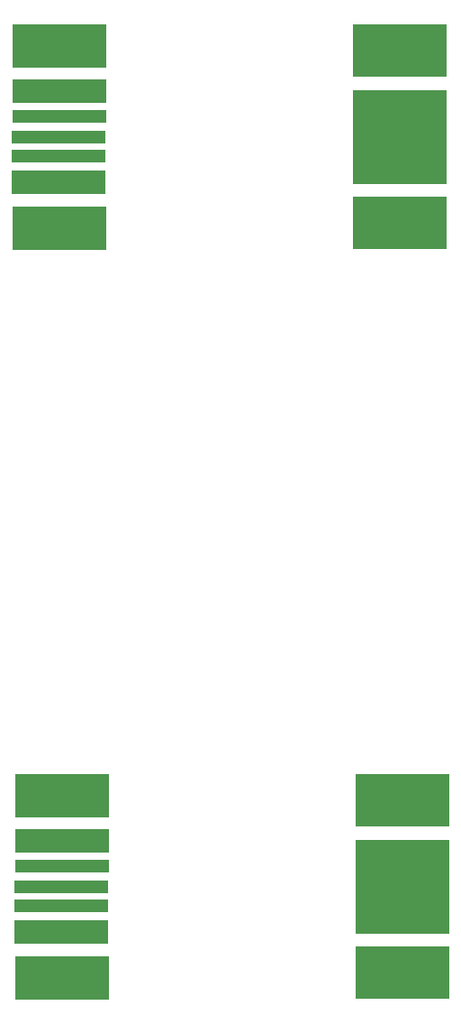
<source format=gtp>
G75*
%MOIN*%
%OFA0B0*%
%FSLAX25Y25*%
%IPPOS*%
%LPD*%
%AMOC8*
5,1,8,0,0,1.08239X$1,22.5*
%
%ADD10R,0.35000X0.16000*%
%ADD11R,0.35000X0.08500*%
%ADD12R,0.35000X0.05000*%
%ADD13R,0.35000X0.19500*%
%ADD14R,0.35000X0.35000*%
D10*
X0389100Y0127000D03*
X0389000Y0194400D03*
X0388100Y0404000D03*
X0388000Y0471400D03*
D11*
X0388100Y0454500D03*
X0387900Y0420900D03*
X0389100Y0177500D03*
X0388900Y0143900D03*
D12*
X0388900Y0153500D03*
X0388700Y0160800D03*
X0389200Y0168200D03*
X0387900Y0430500D03*
X0387700Y0437800D03*
X0388200Y0445200D03*
D13*
X0514200Y0469700D03*
X0514200Y0406100D03*
X0515200Y0192700D03*
X0515200Y0129100D03*
D14*
X0515050Y0160750D03*
X0514050Y0437750D03*
M02*

</source>
